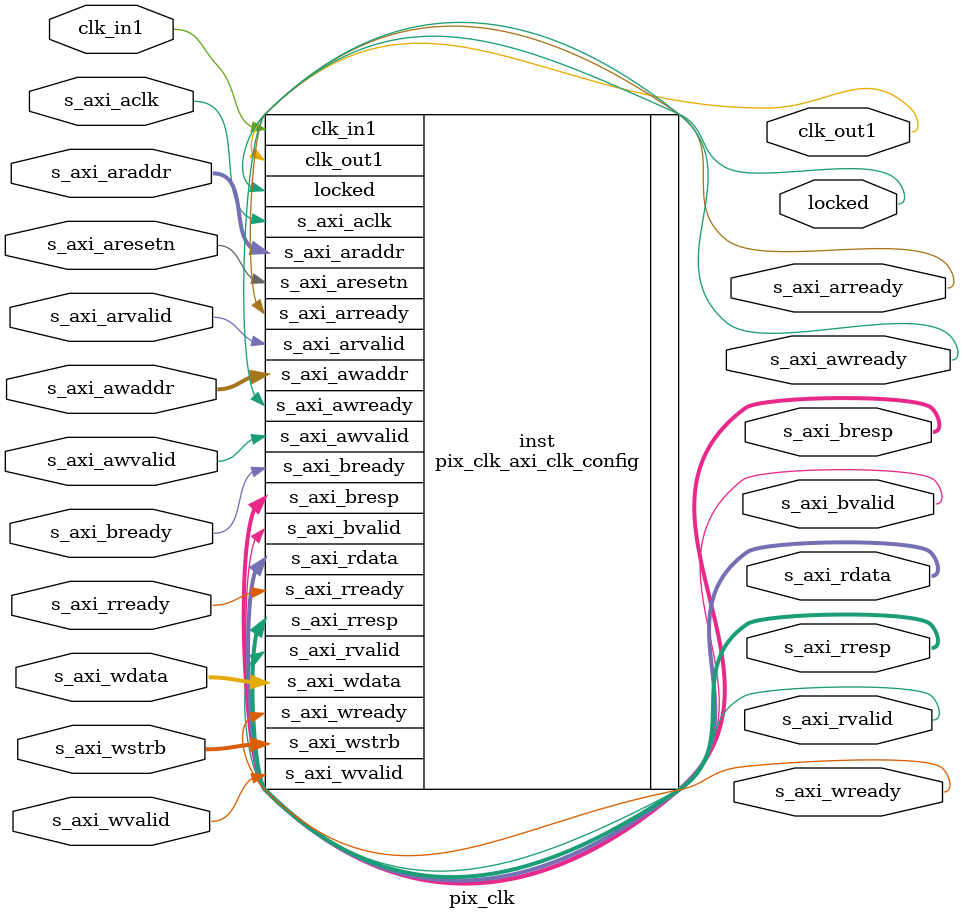
<source format=v>


`timescale 1ps/1ps

(* CORE_GENERATION_INFO = "pix_clk,clk_wiz_v6_0_5_0_0,{component_name=pix_clk,use_phase_alignment=true,use_min_o_jitter=false,use_max_i_jitter=false,use_dyn_phase_shift=false,use_inclk_switchover=false,use_dyn_reconfig=true,enable_axi=1,feedback_source=FDBK_AUTO,PRIMITIVE=MMCM,num_out_clk=1,clkin1_period=5.000,clkin2_period=10.0,use_power_down=false,use_reset=true,use_locked=true,use_inclk_stopped=false,feedback_type=SINGLE,CLOCK_MGR_TYPE=NA,manual_override=false}" *)

module pix_clk 
 (
  input s_axi_aclk,
  input s_axi_aresetn,
  input [10 : 0] s_axi_awaddr,
  input s_axi_awvalid,
  output s_axi_awready,
  input [31 : 0] s_axi_wdata,
  input [3 : 0] s_axi_wstrb,
  input s_axi_wvalid,
  output s_axi_wready,
  output [1 : 0] s_axi_bresp,
  output s_axi_bvalid,
  input s_axi_bready,
  input [10 : 0] s_axi_araddr,
  input s_axi_arvalid,
  output s_axi_arready,
  output [31 : 0] s_axi_rdata,
  output [1 : 0] s_axi_rresp,
  output s_axi_rvalid,
  input s_axi_rready,
  // Clock out ports
  output        clk_out1,
  // Status and control signals
  output        locked,
 // Clock in ports
  input         clk_in1
 );

  pix_clk_axi_clk_config #(
  .C_S_AXI_ADDR_WIDTH(11),
  .C_S_AXI_DATA_WIDTH(32)
  ) inst
  (
  .s_axi_aclk      (s_axi_aclk),                    
  .s_axi_aresetn   (s_axi_aresetn),                    
  .s_axi_awaddr    (s_axi_awaddr),                    
  .s_axi_awvalid   (s_axi_awvalid),                    
  .s_axi_awready   (s_axi_awready),                    
  .s_axi_wdata     (s_axi_wdata),                    
  .s_axi_wstrb     (s_axi_wstrb),                    
  .s_axi_wvalid    (s_axi_wvalid),                    
  .s_axi_wready    (s_axi_wready),                    
  .s_axi_bresp     (s_axi_bresp),                    
  .s_axi_bvalid    (s_axi_bvalid),                    
  .s_axi_bready    (s_axi_bready),                    
  .s_axi_araddr    (s_axi_araddr),                    
  .s_axi_arvalid   (s_axi_arvalid),                    
  .s_axi_arready   (s_axi_arready),                    
  .s_axi_rdata     (s_axi_rdata),                    
  .s_axi_rresp     (s_axi_rresp),                    
  .s_axi_rvalid    (s_axi_rvalid),                    
  .s_axi_rready    (s_axi_rready),                    
  // Clock out ports  
  .clk_out1(clk_out1),
  // Status and control signals               
  .locked(locked),
 // Clock in ports
  .clk_in1(clk_in1)
  );

endmodule

</source>
